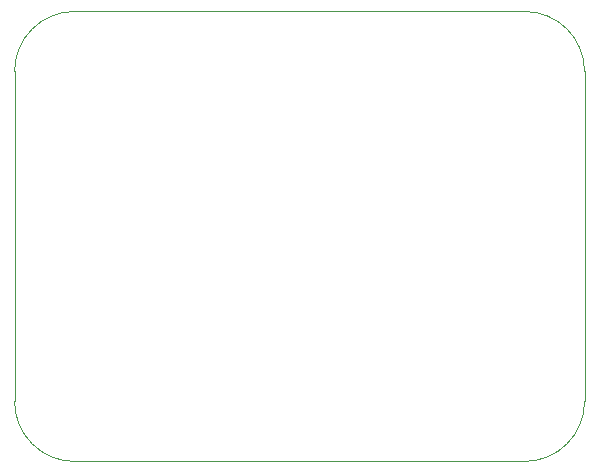
<source format=gm1>
G04 #@! TF.GenerationSoftware,KiCad,Pcbnew,(6.0.10)*
G04 #@! TF.CreationDate,2023-01-26T22:30:24-05:00*
G04 #@! TF.ProjectId,telemetry_transmitter,74656c65-6d65-4747-9279-5f7472616e73,rev?*
G04 #@! TF.SameCoordinates,Original*
G04 #@! TF.FileFunction,Profile,NP*
%FSLAX46Y46*%
G04 Gerber Fmt 4.6, Leading zero omitted, Abs format (unit mm)*
G04 Created by KiCad (PCBNEW (6.0.10)) date 2023-01-26 22:30:24*
%MOMM*%
%LPD*%
G01*
G04 APERTURE LIST*
G04 #@! TA.AperFunction,Profile*
%ADD10C,0.050000*%
G04 #@! TD*
G04 APERTURE END LIST*
D10*
X182880000Y-116840000D02*
G75*
G03*
X187960000Y-121920000I5080000J0D01*
G01*
X231140000Y-88900000D02*
G75*
G03*
X226060000Y-83820000I-5080000J0D01*
G01*
X182880000Y-116840000D02*
X182880000Y-88900000D01*
X187960000Y-83820000D02*
G75*
G03*
X182880000Y-88900000I0J-5080000D01*
G01*
X231140000Y-88900000D02*
X231140000Y-116840000D01*
X226060000Y-121920000D02*
G75*
G03*
X231140000Y-116840000I0J5080000D01*
G01*
X226060000Y-121920000D02*
X187960000Y-121920000D01*
X187960000Y-83820000D02*
X226060000Y-83820000D01*
M02*

</source>
